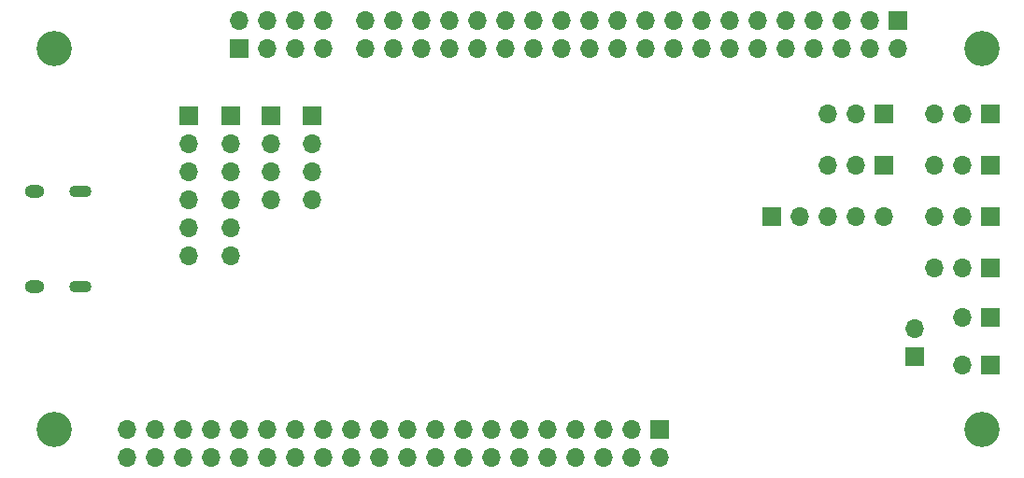
<source format=gbr>
%TF.GenerationSoftware,KiCad,Pcbnew,8.0.4*%
%TF.CreationDate,2025-08-25T15:50:40-04:00*%
%TF.ProjectId,zephyrus_fc,7a657068-7972-4757-935f-66632e6b6963,V1.0*%
%TF.SameCoordinates,Original*%
%TF.FileFunction,Soldermask,Bot*%
%TF.FilePolarity,Negative*%
%FSLAX46Y46*%
G04 Gerber Fmt 4.6, Leading zero omitted, Abs format (unit mm)*
G04 Created by KiCad (PCBNEW 8.0.4) date 2025-08-25 15:50:40*
%MOMM*%
%LPD*%
G01*
G04 APERTURE LIST*
%ADD10R,1.700000X1.700000*%
%ADD11O,1.700000X1.700000*%
%ADD12C,3.200000*%
%ADD13O,2.000000X1.100000*%
%ADD14O,1.800000X1.200000*%
G04 APERTURE END LIST*
D10*
%TO.C,J5*%
X192024000Y-63852000D03*
D11*
X189484000Y-63852000D03*
X186944000Y-63852000D03*
%TD*%
D12*
%TO.C,H2*%
X191262000Y-92456000D03*
%TD*%
D10*
%TO.C,J4*%
X182372000Y-68482000D03*
D11*
X179832000Y-68482000D03*
X177292000Y-68482000D03*
%TD*%
D10*
%TO.C,J14*%
X192024000Y-86614000D03*
D11*
X189484000Y-86614000D03*
%TD*%
D10*
%TO.C,J8*%
X192024000Y-77802000D03*
D11*
X189484000Y-77802000D03*
X186944000Y-77802000D03*
%TD*%
D10*
%TO.C,J13*%
X123190000Y-64008000D03*
D11*
X123190000Y-66548000D03*
X123190000Y-69088000D03*
X123190000Y-71628000D03*
X123190000Y-74168000D03*
X123190000Y-76708000D03*
%TD*%
D10*
%TO.C,J12*%
X119380000Y-64008000D03*
D11*
X119380000Y-66548000D03*
X119380000Y-69088000D03*
X119380000Y-71628000D03*
X119380000Y-74168000D03*
X119380000Y-76708000D03*
%TD*%
D10*
%TO.C,J6*%
X192024000Y-68502000D03*
D11*
X189484000Y-68502000D03*
X186944000Y-68502000D03*
%TD*%
D10*
%TO.C,J11*%
X123952000Y-57912000D03*
D11*
X123952000Y-55372000D03*
X126492000Y-57912000D03*
X126492000Y-55372000D03*
X129032000Y-57912000D03*
X129032000Y-55372000D03*
X131572000Y-57912000D03*
X131572000Y-55372000D03*
%TD*%
D12*
%TO.C,H1*%
X191262000Y-57912000D03*
%TD*%
D13*
%TO.C,USB1*%
X109610000Y-70852000D03*
D14*
X105410000Y-70852000D03*
D13*
X109610000Y-79502000D03*
D14*
X105410000Y-79502000D03*
%TD*%
D10*
%TO.C,J17*%
X185166000Y-85852000D03*
D11*
X185166000Y-83312000D03*
%TD*%
D10*
%TO.C,J7*%
X192024000Y-73152000D03*
D11*
X189484000Y-73152000D03*
X186944000Y-73152000D03*
%TD*%
D12*
%TO.C,H3*%
X107188000Y-57912000D03*
%TD*%
D10*
%TO.C,J9*%
X183642000Y-55372000D03*
D11*
X183642000Y-57912000D03*
X181102000Y-55372000D03*
X181102000Y-57912000D03*
X178562000Y-55372000D03*
X178562000Y-57912000D03*
X176022000Y-55372000D03*
X176022000Y-57912000D03*
X173482000Y-55372000D03*
X173482000Y-57912000D03*
X170942000Y-55372000D03*
X170942000Y-57912000D03*
X168402000Y-55372000D03*
X168402000Y-57912000D03*
X165862000Y-55372000D03*
X165862000Y-57912000D03*
X163322000Y-55372000D03*
X163322000Y-57912000D03*
X160782000Y-55372000D03*
X160782000Y-57912000D03*
X158242000Y-55372000D03*
X158242000Y-57912000D03*
X155702000Y-55372000D03*
X155702000Y-57912000D03*
X153162000Y-55372000D03*
X153162000Y-57912000D03*
X150622000Y-55372000D03*
X150622000Y-57912000D03*
X148082000Y-55372000D03*
X148082000Y-57912000D03*
X145542000Y-55372000D03*
X145542000Y-57912000D03*
X143002000Y-55372000D03*
X143002000Y-57912000D03*
X140462000Y-55372000D03*
X140462000Y-57912000D03*
X137922000Y-55372000D03*
X137922000Y-57912000D03*
X135382000Y-55372000D03*
X135382000Y-57912000D03*
%TD*%
D12*
%TO.C,H4*%
X107188000Y-92456000D03*
%TD*%
D10*
%TO.C,J2*%
X192024000Y-82296000D03*
D11*
X189484000Y-82296000D03*
%TD*%
D10*
%TO.C,J3*%
X182372000Y-63832000D03*
D11*
X179832000Y-63832000D03*
X177292000Y-63832000D03*
%TD*%
D10*
%TO.C,J15*%
X130556000Y-64008000D03*
D11*
X130556000Y-66548000D03*
X130556000Y-69088000D03*
X130556000Y-71628000D03*
%TD*%
D10*
%TO.C,J16*%
X126844000Y-64008000D03*
D11*
X126844000Y-66548000D03*
X126844000Y-69088000D03*
X126844000Y-71628000D03*
%TD*%
D10*
%TO.C,J10*%
X162052000Y-92456000D03*
D11*
X162052000Y-94996000D03*
X159512000Y-92456000D03*
X159512000Y-94996000D03*
X156972000Y-92456000D03*
X156972000Y-94996000D03*
X154432000Y-92456000D03*
X154432000Y-94996000D03*
X151892000Y-92456000D03*
X151892000Y-94996000D03*
X149352000Y-92456000D03*
X149352000Y-94996000D03*
X146812000Y-92456000D03*
X146812000Y-94996000D03*
X144272000Y-92456000D03*
X144272000Y-94996000D03*
X141732000Y-92456000D03*
X141732000Y-94996000D03*
X139192000Y-92456000D03*
X139192000Y-94996000D03*
X136652000Y-92456000D03*
X136652000Y-94996000D03*
X134112000Y-92456000D03*
X134112000Y-94996000D03*
X131572000Y-92456000D03*
X131572000Y-94996000D03*
X129032000Y-92456000D03*
X129032000Y-94996000D03*
X126492000Y-92456000D03*
X126492000Y-94996000D03*
X123952000Y-92456000D03*
X123952000Y-94996000D03*
X121412000Y-92456000D03*
X121412000Y-94996000D03*
X118872000Y-92456000D03*
X118872000Y-94996000D03*
X116332000Y-92456000D03*
X116332000Y-94996000D03*
X113792000Y-92456000D03*
X113792000Y-94996000D03*
%TD*%
D10*
%TO.C,J1*%
X172212000Y-73152000D03*
D11*
X174752000Y-73152000D03*
X177292000Y-73152000D03*
X179832000Y-73152000D03*
X182372000Y-73152000D03*
%TD*%
M02*

</source>
